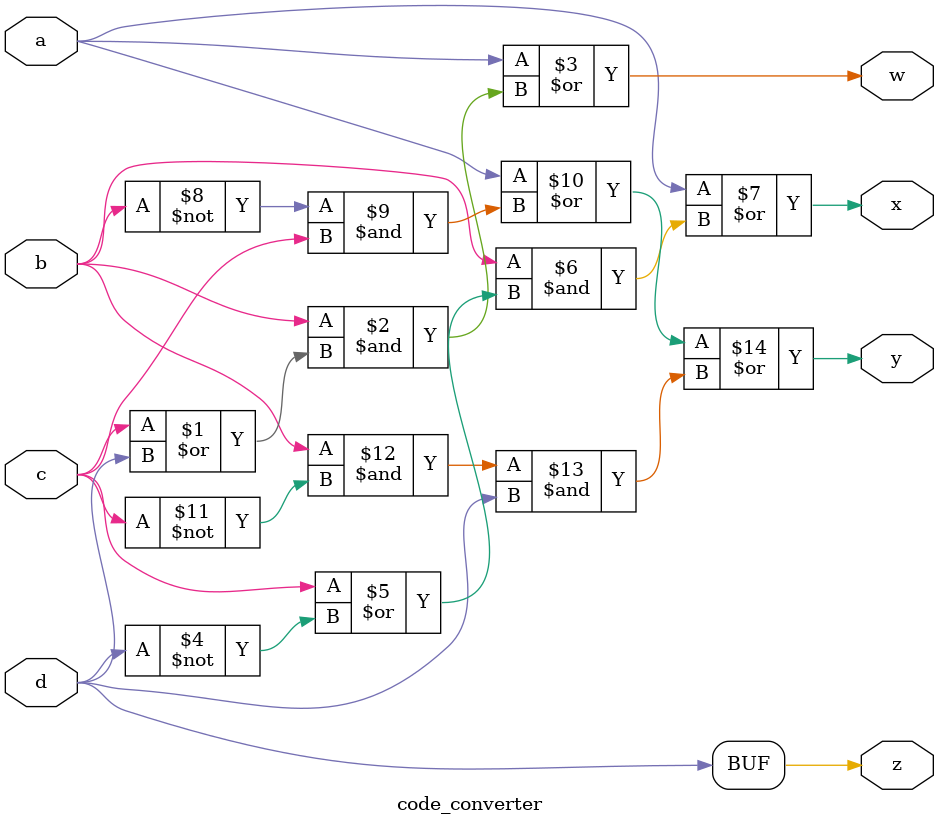
<source format=v>
`timescale 1ns / 1ps


module code_converter(
    input a,
    input b,
    input c,
    input d,
    output w,
    output x,
    output y,
    output z
);

//assign w = ~((~(~(a & a) & ~((~(~((b & ~(~(c & c) & ~(d & d))) & (b & ~(~(c & c) & ~(d & d)))) & ~((b & ~(~(c & c) & ~(d & d))) & (b & ~(~(c & c) & ~(d & d)))))) & (~(~((b & ~(~(c & c) & ~(d & d))) & (b & ~(~(c & c) & ~(d & d)))) & ~((b & ~(~(c & c) & ~(d & d))) & (b & ~(~(c & c) & ~(d & d))))))))) & (~(~(a & a) & ~((~(~((b & ~(~(c & c) & ~(d & d))) & (b & ~(~(c & c) & ~(d & d)))) & ~((b & ~(~(c & c) & ~(d & d))) & (b & ~(~(c & c) & ~(d & d)))))) & (~(~((b & ~(~(c & c) & ~(d & d))) & (b & ~(~(c & c) & ~(d & d)))) & ~((b & ~(~(c & c) & ~(d & d))) & (b & ~(~(c & c) & ~(d & d))))))))));
assign w = a | (b & (c | d));
assign x = a | (b & (c | ~d));
assign y = a | (~b & c) | (b & ~c & d);
assign z = d;

endmodule
</source>
